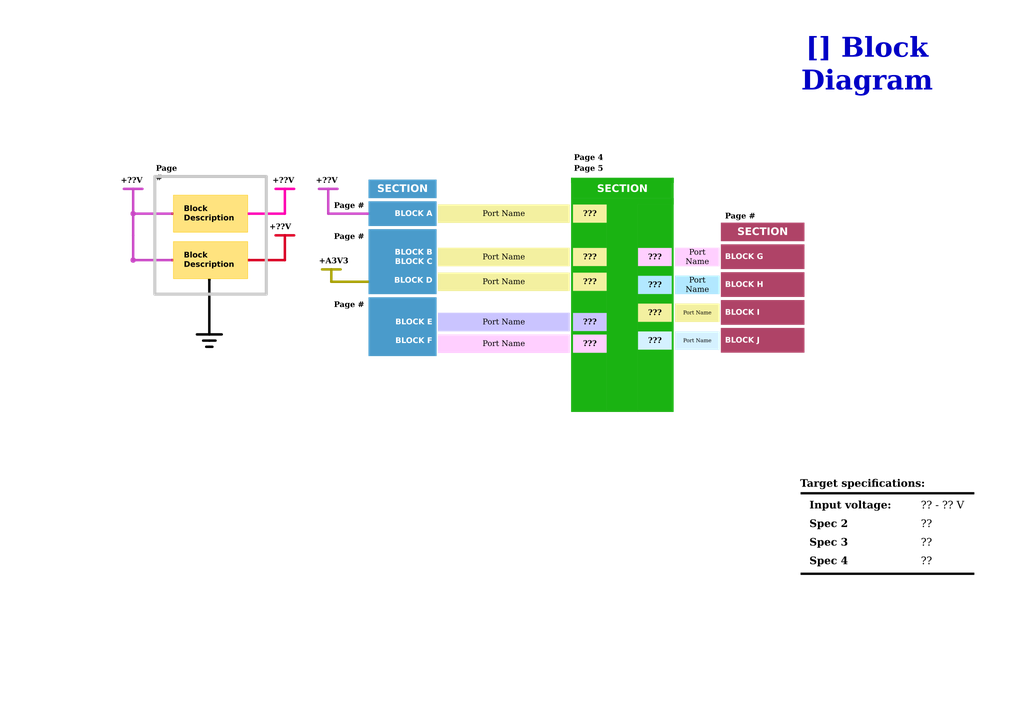
<source format=kicad_sch>
(kicad_sch
	(version 20250114)
	(generator "eeschema")
	(generator_version "9.0")
	(uuid "d4440dba-022e-49b2-97f2-6fc1871c7304")
	(paper "A3")
	(title_block
		(title "Block Diagram")
		(date "2025-01-12")
		(rev "${REVISION}")
		(company "${COMPANY}")
	)
	(lib_symbols)
	(rectangle
		(start 248.92 83.185)
		(end 261.62 168.91)
		(stroke
			(width 0)
			(type default)
			(color 26 179 18 1)
		)
		(fill
			(type color)
			(color 26 179 18 1)
		)
		(uuid 051b3dab-07ca-4b94-92bb-989d74ed83ce)
	)
	(rectangle
		(start 101.727 87.249)
		(end 102.362 88.011)
		(stroke
			(width 0.25)
			(type default)
			(color 255 0 171 1)
		)
		(fill
			(type color)
			(color 255 0 171 1)
		)
		(uuid 12a8f300-c059-4689-9da2-e775c9b7b222)
	)
	(rectangle
		(start 234.315 73.025)
		(end 276.225 74.93)
		(stroke
			(width 0.254)
			(type default)
			(color 26 179 18 1)
		)
		(fill
			(type color)
			(color 26 179 18 1)
		)
		(uuid 1c38ab9f-78ac-4525-a905-692b68e0d7be)
	)
	(rectangle
		(start 261.62 83.82)
		(end 275.59 101.6)
		(stroke
			(width 0)
			(type default)
			(color 26 179 18 1)
		)
		(fill
			(type color)
			(color 26 179 18 1)
		)
		(uuid 26212d99-97fb-4a34-b4ec-26a67ba18c64)
	)
	(rectangle
		(start 234.95 119.38)
		(end 248.92 128.27)
		(stroke
			(width 0)
			(type default)
			(color 26 179 18 1)
		)
		(fill
			(type color)
			(color 26 179 18 1)
		)
		(uuid 33939e83-1742-40c8-b78d-5af3b914ab31)
	)
	(rectangle
		(start 150.495 115.189)
		(end 151.13 115.951)
		(stroke
			(width 0.25)
			(type default)
			(color 162 155 0 1)
		)
		(fill
			(type color)
			(color 162 155 0 1)
		)
		(uuid 3b840477-c973-44d9-8a43-b3feac50c6bc)
	)
	(rectangle
		(start 275.59 73.025)
		(end 276.225 168.91)
		(stroke
			(width 0)
			(type default)
			(color 26 179 18 1)
		)
		(fill
			(type color)
			(color 26 179 18 1)
		)
		(uuid 43ad7506-e0d7-49b6-972c-517451df1dd9)
	)
	(rectangle
		(start 70.358 87.249)
		(end 70.993 88.011)
		(stroke
			(width 0.25)
			(type default)
			(color 200 50 50 1)
		)
		(fill
			(type color)
			(color 200 50 50 1)
		)
		(uuid 4c6cb9bc-6ebc-49a3-893d-9406d03eb74b)
	)
	(rectangle
		(start 261.62 132.08)
		(end 275.59 135.89)
		(stroke
			(width 0)
			(type default)
			(color 26 179 18 1)
		)
		(fill
			(type color)
			(color 26 179 18 1)
		)
		(uuid 5911023f-b729-4638-87b7-c8fa6a2da4ad)
	)
	(rectangle
		(start 71.12 99.06)
		(end 101.6 114.3)
		(stroke
			(width 0)
			(type default)
			(color 255 200 0 0.5019607843)
		)
		(fill
			(type color)
			(color 255 200 0 0.5019607843)
		)
		(uuid 6d27083e-baf9-459e-b0dc-430395e74362)
	)
	(rectangle
		(start 150.495 87.249)
		(end 151.13 88.011)
		(stroke
			(width 0.25)
			(type default)
			(color 198 71 194 1)
		)
		(fill
			(type color)
			(color 198 71 194 1)
		)
		(uuid 70402685-b75b-4b36-9a72-62f7d7d97bb6)
	)
	(rectangle
		(start 261.62 120.65)
		(end 275.59 124.46)
		(stroke
			(width 0)
			(type default)
			(color 26 179 18 1)
		)
		(fill
			(type color)
			(color 26 179 18 1)
		)
		(uuid 704c4eca-e0af-4df0-a6c1-739054ac1983)
	)
	(rectangle
		(start 234.95 109.22)
		(end 248.92 111.76)
		(stroke
			(width 0)
			(type default)
			(color 26 179 18 1)
		)
		(fill
			(type color)
			(color 26 179 18 1)
		)
		(uuid 74c5f5ac-510e-4c99-8e0e-ca2d145a7687)
	)
	(rectangle
		(start 261.62 109.22)
		(end 275.59 113.03)
		(stroke
			(width 0)
			(type default)
			(color 26 179 18 1)
		)
		(fill
			(type color)
			(color 26 179 18 1)
		)
		(uuid 87d7856c-4e25-4074-8ed9-6d9286fce9a4)
	)
	(rectangle
		(start 63.5 72.39)
		(end 109.22 120.65)
		(stroke
			(width 1.27)
			(type default)
			(color 200 200 200 1)
		)
		(fill
			(type none)
		)
		(uuid 897139e0-9c3f-4923-b42e-05cc6d59978b)
	)
	(rectangle
		(start 85.344 114.3)
		(end 86.36 115.062)
		(stroke
			(width 0.001)
			(type default)
			(color 0 0 0 1)
		)
		(fill
			(type color)
			(color 0 0 0 1)
		)
		(uuid 8fb245d6-696e-46a9-aee0-fc71b1bd2811)
	)
	(rectangle
		(start 70.358 106.299)
		(end 70.993 107.061)
		(stroke
			(width 0.25)
			(type default)
			(color 200 50 50 1)
		)
		(fill
			(type color)
			(color 200 50 50 1)
		)
		(uuid 926c14cd-51d6-4183-83aa-3acd3f364634)
	)
	(rectangle
		(start 328.422 234.95)
		(end 399.542 235.712)
		(stroke
			(width 0)
			(type default)
			(color 0 0 0 1)
		)
		(fill
			(type color)
			(color 0 0 0 1)
		)
		(uuid 96358351-64fb-49b9-98d4-c975a586b1c3)
	)
	(rectangle
		(start 234.95 135.89)
		(end 248.92 137.16)
		(stroke
			(width 0)
			(type default)
			(color 26 179 18 1)
		)
		(fill
			(type color)
			(color 26 179 18 1)
		)
		(uuid 97242065-2f97-4ca3-afed-c927195a53b5)
	)
	(rectangle
		(start 101.727 106.299)
		(end 102.362 107.061)
		(stroke
			(width 0.25)
			(type default)
			(color 212 0 32 1)
		)
		(fill
			(type color)
			(color 212 0 32 1)
		)
		(uuid b511ed02-73dc-4aca-8856-32e3a0e7b2bd)
	)
	(rectangle
		(start 234.95 91.44)
		(end 248.92 101.6)
		(stroke
			(width 0)
			(type default)
			(color 26 179 18 1)
		)
		(fill
			(type color)
			(color 26 179 18 1)
		)
		(uuid b7a01405-5415-4722-a9d4-e1bc398d69f2)
	)
	(rectangle
		(start 261.62 143.51)
		(end 275.59 168.91)
		(stroke
			(width 0)
			(type default)
			(color 26 179 18 1)
		)
		(fill
			(type color)
			(color 26 179 18 1)
		)
		(uuid c05a42e9-546b-43b1-a369-f14860ee7f90)
	)
	(rectangle
		(start 234.95 144.78)
		(end 248.92 168.91)
		(stroke
			(width 0)
			(type default)
			(color 26 179 18 1)
		)
		(fill
			(type color)
			(color 26 179 18 1)
		)
		(uuid c0f61f09-5d95-4ea6-baa5-6b9b5ba11fd4)
	)
	(circle
		(center 54.61 106.68)
		(radius 1.016)
		(stroke
			(width 0)
			(type default)
			(color 198 71 194 1)
		)
		(fill
			(type color)
			(color 198 71 194 1)
		)
		(uuid c30887ce-e8b0-4e61-8035-f856b5a10339)
	)
	(rectangle
		(start 328.422 201.93)
		(end 399.542 202.692)
		(stroke
			(width 0)
			(type default)
			(color 0 0 0 1)
		)
		(fill
			(type color)
			(color 0 0 0 1)
		)
		(uuid ca4906af-4562-456f-b79d-f6f2c9056c36)
	)
	(rectangle
		(start 71.12 80.01)
		(end 101.6 95.25)
		(stroke
			(width 0)
			(type default)
			(color 255 200 0 0.5019607843)
		)
		(fill
			(type color)
			(color 255 200 0 0.5019607843)
		)
		(uuid d13c4f55-d46a-439a-a208-cbdf66d39a09)
	)
	(rectangle
		(start 234.315 73.025)
		(end 234.95 168.91)
		(stroke
			(width 0)
			(type default)
			(color 26 179 18 1)
		)
		(fill
			(type color)
			(color 26 179 18 1)
		)
		(uuid dc9ef58a-3544-4871-98b7-f59b2deb6c2b)
	)
	(rectangle
		(start 234.95 81.28)
		(end 276.225 83.82)
		(stroke
			(width 0)
			(type default)
			(color 26 179 18 1)
		)
		(fill
			(type color)
			(color 26 179 18 1)
		)
		(uuid f6ac3050-3d82-4a34-858d-91b5402f431f)
	)
	(circle
		(center 54.61 87.63)
		(radius 1.016)
		(stroke
			(width 0)
			(type default)
			(color 198 71 194 1)
		)
		(fill
			(type color)
			(color 198 71 194 1)
		)
		(uuid fb962045-e3ad-427d-8e13-7189ce103507)
	)
	(text "+??V"
		(exclude_from_sim no)
		(at 49.53 76.2 0)
		(effects
			(font
				(face "Times New Roman")
				(size 2.286 2.286)
				(thickness 0.4572)
				(bold yes)
				(color 0 0 0 1)
			)
			(justify left bottom)
		)
		(uuid "101bf075-2779-4382-8921-8033e4839d29")
	)
	(text "+??V"
		(exclude_from_sim no)
		(at 129.54 76.2 0)
		(effects
			(font
				(face "Times New Roman")
				(size 2.286 2.286)
				(thickness 0.4572)
				(bold yes)
				(color 0 0 0 1)
			)
			(justify left bottom)
		)
		(uuid "23593793-e5e2-4dd7-8899-50a4202bb53e")
	)
	(text "+A3V3"
		(exclude_from_sim no)
		(at 130.81 109.22 0)
		(effects
			(font
				(face "Times New Roman")
				(size 2.286 2.286)
				(thickness 0.4572)
				(bold yes)
				(color 0 0 0 1)
			)
			(justify left bottom)
		)
		(uuid "7cb39811-7e9e-4b6a-b7ed-352cfdbf227b")
	)
	(text "+??V"
		(exclude_from_sim no)
		(at 119.38 95.25 0)
		(effects
			(font
				(face "Times New Roman")
				(size 2.286 2.286)
				(thickness 0.4572)
				(bold yes)
				(color 0 0 0 1)
			)
			(justify right bottom)
		)
		(uuid "ad6e3829-3684-4af1-9a28-ced841b0c880")
	)
	(text "+??V"
		(exclude_from_sim no)
		(at 120.65 76.2 0)
		(effects
			(font
				(face "Times New Roman")
				(size 2.286 2.286)
				(thickness 0.4572)
				(bold yes)
				(color 0 0 0 1)
			)
			(justify right bottom)
		)
		(uuid "f6a5ad4b-42cb-4635-94fa-d83f0234055d")
	)
	(text_box "SECTION"
		(exclude_from_sim no)
		(at 295.656 91.313 0)
		(size 34.29 7.62)
		(margins 2.2859 2.2859 2.2859 2.2859)
		(stroke
			(width -0.0001)
			(type default)
		)
		(fill
			(type color)
			(color 175 67 103 1)
		)
		(effects
			(font
				(face "Arial")
				(size 3.048 3.048)
				(bold yes)
				(color 255 255 255 1)
			)
		)
		(uuid "08792924-1597-48a7-a535-4ea702d4e92a")
	)
	(text_box "Spec 4"
		(exclude_from_sim no)
		(at 329.692 226.06 0)
		(size 44.45 7.62)
		(margins 2.2859 2.2859 2.2859 2.2859)
		(stroke
			(width -0.0001)
			(type default)
		)
		(fill
			(type none)
		)
		(effects
			(font
				(face "Times New Roman")
				(size 3.048 3.048)
				(thickness 0.4572)
				(bold yes)
				(color 0 0 0 1)
			)
			(justify left top)
		)
		(uuid "0b8fa12d-be48-46d8-a337-f14f24e9a703")
	)
	(text_box "BLOCK H"
		(exclude_from_sim no)
		(at 295.656 111.633 0)
		(size 34.29 10.16)
		(margins 1.7144 1.7144 1.7144 1.7144)
		(stroke
			(width -0.0001)
			(type default)
		)
		(fill
			(type color)
			(color 175 67 103 1)
		)
		(effects
			(font
				(face "Arial")
				(size 2.286 2.286)
				(bold yes)
				(color 255 255 255 1)
			)
			(justify left)
		)
		(uuid "0b9b765b-8d21-4bd4-bfcc-8abb2cd50003")
	)
	(text_box "\nBLOCK B\nBLOCK C\n\nBLOCK D"
		(exclude_from_sim no)
		(at 151.13 93.98 0)
		(size 27.94 26.67)
		(margins 1.7144 1.7144 1.7144 1.7144)
		(stroke
			(width -0.0001)
			(type default)
		)
		(fill
			(type color)
			(color 74 155 203 1)
		)
		(effects
			(font
				(face "Arial")
				(size 2.286 2.286)
				(bold yes)
				(color 255 255 255 1)
			)
			(justify right)
		)
		(uuid "0ca6e80b-6bc5-4e32-b003-d47921d4eb4e")
	)
	(text_box "BLOCK I"
		(exclude_from_sim no)
		(at 295.656 123.063 0)
		(size 34.29 10.16)
		(margins 1.7144 1.7144 1.7144 1.7144)
		(stroke
			(width -0.0001)
			(type default)
		)
		(fill
			(type color)
			(color 175 67 103 1)
		)
		(effects
			(font
				(face "Arial")
				(size 2.286 2.286)
				(bold yes)
				(color 255 255 255 1)
			)
			(justify left)
		)
		(uuid "11e64421-736a-42af-9a25-95ee829c7839")
	)
	(text_box "?? - ?? V"
		(exclude_from_sim no)
		(at 375.412 203.2 0)
		(size 24.13 7.62)
		(margins 2.2859 2.2859 2.2859 2.2859)
		(stroke
			(width -0.0001)
			(type default)
		)
		(fill
			(type none)
		)
		(effects
			(font
				(face "Times New Roman")
				(size 3.048 3.048)
				(color 0 0 0 1)
			)
			(justify left top)
		)
		(uuid "15dd005a-2a1f-436c-a9b8-4953c7e00daf")
	)
	(text_box "Block\nDescription"
		(exclude_from_sim no)
		(at 73.66 82.55 0)
		(size 25.4 10.16)
		(margins 1.7144 1.7144 1.7144 1.7144)
		(stroke
			(width -0.0001)
			(type default)
		)
		(fill
			(type none)
		)
		(effects
			(font
				(face "Arial")
				(size 2.286 2.286)
				(thickness 0.254)
				(bold yes)
				(color 0 0 0 1)
			)
			(justify left top)
		)
		(uuid "2663f24d-cd9a-4dae-a281-16b6b61253ad")
	)
	(text_box "??"
		(exclude_from_sim no)
		(at 375.412 226.06 0)
		(size 24.13 7.62)
		(margins 2.2859 2.2859 2.2859 2.2859)
		(stroke
			(width -0.0001)
			(type default)
		)
		(fill
			(type none)
		)
		(effects
			(font
				(face "Times New Roman")
				(size 3.048 3.048)
				(color 0 0 0 1)
			)
			(justify left top)
		)
		(uuid "286ce998-255c-48c3-a453-7c9a43b4377f")
	)
	(text_box "SECTION"
		(exclude_from_sim no)
		(at 234.95 73.66 0)
		(size 40.64 7.62)
		(margins 2.2859 2.2859 2.2859 2.2859)
		(stroke
			(width -0.0001)
			(type default)
		)
		(fill
			(type color)
			(color 26 179 18 1)
		)
		(effects
			(font
				(face "Arial")
				(size 3.048 3.048)
				(bold yes)
				(color 255 255 255 1)
			)
		)
		(uuid "303e44ee-abec-47f8-8dea-369c5a3e7105")
	)
	(text_box "???"
		(exclude_from_sim no)
		(at 234.95 101.6 0)
		(size 13.97 7.62)
		(margins 1.7144 1.7144 1.7144 1.7144)
		(stroke
			(width -0.0001)
			(type default)
		)
		(fill
			(type color)
			(color 243 240 160 1)
		)
		(effects
			(font
				(face "Times New Roman")
				(size 2.286 2.286)
				(bold yes)
				(color 0 0 0 1)
			)
		)
		(uuid "31760221-0d6f-4f56-83a1-ee270701886f")
	)
	(text_box "Port Name"
		(exclude_from_sim no)
		(at 276.86 101.6 0)
		(size 18.288 7.62)
		(margins 1.7144 1.7144 1.7144 1.7144)
		(stroke
			(width -0.0001)
			(type default)
		)
		(fill
			(type color)
			(color 255 207 255 1)
		)
		(effects
			(font
				(face "Times New Roman")
				(size 2.286 2.286)
				(italic yes)
				(color 0 0 0 1)
			)
		)
		(uuid "3821ca79-fb94-443d-a0d0-b8f77f4280b0")
	)
	(text_box "BLOCK G"
		(exclude_from_sim no)
		(at 295.656 100.203 0)
		(size 34.29 10.16)
		(margins 1.7144 1.7144 1.7144 1.7144)
		(stroke
			(width -0.0001)
			(type default)
		)
		(fill
			(type color)
			(color 175 67 103 1)
		)
		(effects
			(font
				(face "Arial")
				(size 2.286 2.286)
				(bold yes)
				(color 255 255 255 1)
			)
			(justify left)
		)
		(uuid "3876e24b-eb64-40f0-82f4-8ed551a76338")
	)
	(text_box "???"
		(exclude_from_sim no)
		(at 234.95 137.16 0)
		(size 13.97 7.62)
		(margins 1.7144 1.7144 1.7144 1.7144)
		(stroke
			(width -0.0001)
			(type default)
		)
		(fill
			(type color)
			(color 255 207 255 1)
		)
		(effects
			(font
				(face "Times New Roman")
				(size 2.286 2.286)
				(bold yes)
				(color 0 0 0 1)
			)
		)
		(uuid "3a803ec7-48bf-494a-8620-a6b0d82a5e96")
	)
	(text_box "Page #"
		(exclude_from_sim no)
		(at 133.35 81.28 0)
		(size 17.78 5.08)
		(margins 1.7144 1.7144 1.7144 1.7144)
		(stroke
			(width -0.0001)
			(type default)
		)
		(fill
			(type none)
		)
		(effects
			(font
				(face "Times New Roman")
				(size 2.286 2.286)
				(thickness 0.4572)
				(bold yes)
				(color 0 0 0 1)
			)
			(justify right top)
		)
		(uuid "437beeb4-8fab-4629-8a22-68c4be7a2c41")
	)
	(text_box "Port Name"
		(exclude_from_sim no)
		(at 276.86 135.89 0)
		(size 18.288 7.62)
		(margins 1.1429 1.1429 1.1429 1.1429)
		(stroke
			(width -0.0001)
			(type default)
		)
		(fill
			(type color)
			(color 213 241 255 1)
		)
		(effects
			(font
				(face "Times New Roman")
				(size 1.524 1.524)
				(italic yes)
				(color 0 0 0 1)
			)
		)
		(uuid "5bc00d08-ece7-489a-82a0-99db7e5f4aea")
	)
	(text_box "Port Name"
		(exclude_from_sim no)
		(at 179.578 101.6 0)
		(size 54.102 7.62)
		(margins 1.7144 1.7144 1.7144 1.7144)
		(stroke
			(width -0.0001)
			(type default)
		)
		(fill
			(type color)
			(color 243 240 160 1)
		)
		(effects
			(font
				(face "Times New Roman")
				(size 2.286 2.286)
				(italic yes)
				(color 0 0 0 1)
			)
		)
		(uuid "5ce5a322-8350-4910-8fa8-1f7f1d462e6a")
	)
	(text_box "Port Name"
		(exclude_from_sim no)
		(at 276.86 124.46 0)
		(size 18.288 7.62)
		(margins 1.1429 1.1429 1.1429 1.1429)
		(stroke
			(width -0.0001)
			(type default)
		)
		(fill
			(type color)
			(color 243 240 160 1)
		)
		(effects
			(font
				(face "Times New Roman")
				(size 1.524 1.524)
				(italic yes)
				(color 0 0 0 1)
			)
		)
		(uuid "5f4a2d80-9818-43e5-9ca8-d8665fb36805")
	)
	(text_box "Page 4"
		(exclude_from_sim no)
		(at 233.68 61.595 0)
		(size 24.765 5.08)
		(margins 1.7144 1.7144 1.7144 1.7144)
		(stroke
			(width -0.0001)
			(type default)
		)
		(fill
			(type none)
		)
		(effects
			(font
				(face "Times New Roman")
				(size 2.286 2.286)
				(thickness 0.4572)
				(bold yes)
				(color 0 0 0 1)
			)
			(justify left top)
		)
		(uuid "5fb758b9-5535-46ac-bcbe-588aaeffe614")
	)
	(text_box "???"
		(exclude_from_sim no)
		(at 261.62 113.03 0)
		(size 13.97 7.62)
		(margins 1.7144 1.7144 1.7144 1.7144)
		(stroke
			(width -0.0001)
			(type default)
		)
		(fill
			(type color)
			(color 178 232 255 1)
		)
		(effects
			(font
				(face "Times New Roman")
				(size 2.286 2.286)
				(bold yes)
				(color 0 0 0 1)
			)
		)
		(uuid "6bb82d71-4237-4fb9-a71e-68c5a65a7171")
	)
	(text_box "Page #"
		(exclude_from_sim no)
		(at 133.35 121.92 0)
		(size 17.78 5.08)
		(margins 1.7144 1.7144 1.7144 1.7144)
		(stroke
			(width -0.0001)
			(type default)
		)
		(fill
			(type none)
		)
		(effects
			(font
				(face "Times New Roman")
				(size 2.286 2.286)
				(thickness 0.4572)
				(bold yes)
				(color 0 0 0 1)
			)
			(justify right top)
			(href "#")
		)
		(uuid "71234750-6a94-4706-b48c-45e77bb2fa83")
	)
	(text_box "[${#}] ${TITLE}"
		(exclude_from_sim no)
		(at 304.8 20.32 0)
		(size 101.6 12.7)
		(margins 5.9999 5.9999 5.9999 5.9999)
		(stroke
			(width -0.0001)
			(type solid)
		)
		(fill
			(type none)
		)
		(effects
			(font
				(face "Times New Roman")
				(size 8 8)
				(thickness 1.2)
				(bold yes)
				(color 0 0 194 1)
			)
		)
		(uuid "73b2b29c-2473-4e80-be0b-4f57c6856c3e")
	)
	(text_box "??"
		(exclude_from_sim no)
		(at 375.412 210.82 0)
		(size 24.13 7.62)
		(margins 2.2859 2.2859 2.2859 2.2859)
		(stroke
			(width -0.0001)
			(type default)
		)
		(fill
			(type none)
		)
		(effects
			(font
				(face "Times New Roman")
				(size 3.048 3.048)
				(color 0 0 0 1)
			)
			(justify left top)
		)
		(uuid "79a60212-4382-435d-b74b-f889451ff3a1")
	)
	(text_box "Input voltage:"
		(exclude_from_sim no)
		(at 329.692 203.2 0)
		(size 41.91 7.62)
		(margins 2.2859 2.2859 2.2859 2.2859)
		(stroke
			(width -0.0001)
			(type default)
		)
		(fill
			(type none)
		)
		(effects
			(font
				(face "Times New Roman")
				(size 3.048 3.048)
				(thickness 0.4572)
				(bold yes)
				(color 0 0 0 1)
			)
			(justify left top)
		)
		(uuid "7a48ef1e-fc21-4f84-87ab-2b944a808bd0")
	)
	(text_box "SECTION"
		(exclude_from_sim no)
		(at 151.13 73.66 0)
		(size 27.94 7.62)
		(margins 2.2859 2.2859 2.2859 2.2859)
		(stroke
			(width -0.0001)
			(type default)
		)
		(fill
			(type color)
			(color 74 155 203 1)
		)
		(effects
			(font
				(face "Arial")
				(size 3.048 3.048)
				(bold yes)
				(color 255 255 255 1)
			)
		)
		(uuid "7a77dff7-2b2f-4cc0-b247-3708c3bf73e3")
	)
	(text_box "Port Name"
		(exclude_from_sim no)
		(at 179.578 137.16 0)
		(size 54.102 7.62)
		(margins 1.7144 1.7144 1.7144 1.7144)
		(stroke
			(width -0.0001)
			(type default)
		)
		(fill
			(type color)
			(color 255 207 255 1)
		)
		(effects
			(font
				(face "Times New Roman")
				(size 2.286 2.286)
				(italic yes)
				(color 0 0 0 1)
			)
		)
		(uuid "84849006-fb86-4477-a3f4-4ca49bfeb231")
	)
	(text_box "Page #"
		(exclude_from_sim no)
		(at 133.35 93.98 0)
		(size 17.78 5.08)
		(margins 1.7144 1.7144 1.7144 1.7144)
		(stroke
			(width -0.0001)
			(type default)
		)
		(fill
			(type none)
		)
		(effects
			(font
				(face "Times New Roman")
				(size 2.286 2.286)
				(thickness 0.4572)
				(bold yes)
				(color 0 0 0 1)
			)
			(justify right top)
		)
		(uuid "87f20548-41ba-4502-b504-e75401f699bf")
	)
	(text_box "???"
		(exclude_from_sim no)
		(at 234.95 128.27 0)
		(size 13.97 7.62)
		(margins 1.7144 1.7144 1.7144 1.7144)
		(stroke
			(width -0.0001)
			(type default)
		)
		(fill
			(type color)
			(color 202 196 255 1)
		)
		(effects
			(font
				(face "Times New Roman")
				(size 2.286 2.286)
				(bold yes)
				(color 0 0 0 1)
			)
		)
		(uuid "88cc83e7-7bb4-4d6b-9595-b9e1bee5e04b")
	)
	(text_box "Target specifications:"
		(exclude_from_sim no)
		(at 325.882 194.31 0)
		(size 73.66 7.62)
		(margins 2.2859 2.2859 2.2859 2.2859)
		(stroke
			(width -0.0001)
			(type default)
		)
		(fill
			(type none)
		)
		(effects
			(font
				(face "Times New Roman")
				(size 3.048 3.048)
				(thickness 0.4572)
				(bold yes)
				(color 0 0 0 1)
			)
			(justify left top)
		)
		(uuid "92d1b8db-5c65-4f81-bd38-95477ba2f196")
	)
	(text_box "???"
		(exclude_from_sim no)
		(at 234.95 111.76 0)
		(size 13.97 7.62)
		(margins 1.7144 1.7144 1.7144 1.7144)
		(stroke
			(width -0.0001)
			(type default)
		)
		(fill
			(type color)
			(color 243 240 160 1)
		)
		(effects
			(font
				(face "Times New Roman")
				(size 2.286 2.286)
				(bold yes)
				(color 0 0 0 1)
			)
		)
		(uuid "944097c9-4bfa-4c51-95fb-545c2fe74181")
	)
	(text_box "???"
		(exclude_from_sim no)
		(at 261.62 135.89 0)
		(size 13.97 7.62)
		(margins 1.7144 1.7144 1.7144 1.7144)
		(stroke
			(width -0.0001)
			(type default)
		)
		(fill
			(type color)
			(color 213 241 255 1)
		)
		(effects
			(font
				(face "Times New Roman")
				(size 2.286 2.286)
				(bold yes)
				(color 0 0 0 1)
			)
		)
		(uuid "96a92221-2447-4655-a0df-2333f7d2fcea")
	)
	(text_box "???"
		(exclude_from_sim no)
		(at 261.62 101.6 0)
		(size 13.97 7.62)
		(margins 1.7144 1.7144 1.7144 1.7144)
		(stroke
			(width -0.0001)
			(type default)
		)
		(fill
			(type color)
			(color 255 207 255 1)
		)
		(effects
			(font
				(face "Times New Roman")
				(size 2.286 2.286)
				(bold yes)
				(color 0 0 0 1)
			)
		)
		(uuid "99de4852-1e6a-43c2-80a3-f90f994ca547")
	)
	(text_box "Port Name"
		(exclude_from_sim no)
		(at 179.578 111.76 0)
		(size 54.102 7.62)
		(margins 1.7144 1.7144 1.7144 1.7144)
		(stroke
			(width -0.0001)
			(type default)
		)
		(fill
			(type color)
			(color 243 240 160 1)
		)
		(effects
			(font
				(face "Times New Roman")
				(size 2.286 2.286)
				(italic yes)
				(color 0 0 0 1)
			)
		)
		(uuid "9f20ae52-6c21-4c39-bd5b-0dd4e6ac30ac")
	)
	(text_box "Spec 3"
		(exclude_from_sim no)
		(at 329.692 218.44 0)
		(size 41.91 7.62)
		(margins 2.2859 2.2859 2.2859 2.2859)
		(stroke
			(width -0.0001)
			(type default)
		)
		(fill
			(type none)
		)
		(effects
			(font
				(face "Times New Roman")
				(size 3.048 3.048)
				(thickness 0.4572)
				(bold yes)
				(color 0 0 0 1)
			)
			(justify left top)
		)
		(uuid "a94bbe48-2b5a-4095-ae3e-6304ba06e582")
	)
	(text_box "??"
		(exclude_from_sim no)
		(at 375.412 218.44 0)
		(size 24.13 7.62)
		(margins 2.2859 2.2859 2.2859 2.2859)
		(stroke
			(width -0.0001)
			(type default)
		)
		(fill
			(type none)
		)
		(effects
			(font
				(face "Times New Roman")
				(size 3.048 3.048)
				(color 0 0 0 1)
			)
			(justify left top)
		)
		(uuid "a9743942-0f35-4d97-920c-63913a3a8cf5")
	)
	(text_box "Spec 2"
		(exclude_from_sim no)
		(at 329.692 210.82 0)
		(size 43.18 7.62)
		(margins 2.2859 2.2859 2.2859 2.2859)
		(stroke
			(width -0.0001)
			(type default)
		)
		(fill
			(type none)
		)
		(effects
			(font
				(face "Times New Roman")
				(size 3.048 3.048)
				(thickness 0.4572)
				(bold yes)
				(color 0 0 0 1)
			)
			(justify left top)
		)
		(uuid "acb13397-22c2-4daa-8b50-96cfdf3951b7")
	)
	(text_box "???"
		(exclude_from_sim no)
		(at 234.95 83.82 0)
		(size 13.97 7.62)
		(margins 1.7144 1.7144 1.7144 1.7144)
		(stroke
			(width -0.0001)
			(type default)
		)
		(fill
			(type color)
			(color 243 240 160 1)
		)
		(effects
			(font
				(face "Times New Roman")
				(size 2.286 2.286)
				(bold yes)
				(color 0 0 0 1)
			)
		)
		(uuid "b718a613-50e2-4e59-ad8f-81f389012f74")
	)
	(text_box "Port Name"
		(exclude_from_sim no)
		(at 179.578 128.27 0)
		(size 54.102 7.62)
		(margins 1.7144 1.7144 1.7144 1.7144)
		(stroke
			(width -0.0001)
			(type default)
		)
		(fill
			(type color)
			(color 202 196 255 1)
		)
		(effects
			(font
				(face "Times New Roman")
				(size 2.286 2.286)
				(italic yes)
				(color 0 0 0 1)
			)
		)
		(uuid "be16dbe1-3641-4384-b37c-5e66a5e92800")
	)
	(text_box "Block\nDescription"
		(exclude_from_sim no)
		(at 73.66 101.6 0)
		(size 25.4 10.16)
		(margins 1.7144 1.7144 1.7144 1.7144)
		(stroke
			(width -0.0001)
			(type default)
		)
		(fill
			(type none)
		)
		(effects
			(font
				(face "Arial")
				(size 2.286 2.286)
				(thickness 0.254)
				(bold yes)
				(color 0 0 0 1)
			)
			(justify left top)
		)
		(uuid "c57b2792-b5b6-4248-8bcf-18760935fbf0")
	)
	(text_box "Port Name"
		(exclude_from_sim no)
		(at 276.86 113.03 0)
		(size 18.288 7.62)
		(margins 1.7144 1.7144 1.7144 1.7144)
		(stroke
			(width -0.0001)
			(type default)
		)
		(fill
			(type color)
			(color 178 232 255 1)
		)
		(effects
			(font
				(face "Times New Roman")
				(size 2.286 2.286)
				(italic yes)
				(color 0 0 0 1)
			)
		)
		(uuid "c774310f-dfe3-45db-be98-953f7da6465f")
	)
	(text_box "Page #"
		(exclude_from_sim no)
		(at 62.23 66.04 0)
		(size 13.97 5.08)
		(margins 1.7144 1.7144 1.7144 1.7144)
		(stroke
			(width -0.0001)
			(type default)
		)
		(fill
			(type none)
		)
		(effects
			(font
				(face "Times New Roman")
				(size 2.286 2.286)
				(thickness 0.4572)
				(bold yes)
				(color 0 0 0 1)
			)
			(justify left top)
		)
		(uuid "d9eed77b-8391-48bf-a073-8dcaf7ecaa31")
	)
	(text_box "BLOCK A"
		(exclude_from_sim no)
		(at 151.13 82.55 0)
		(size 27.94 10.16)
		(margins 1.7144 1.7144 1.7144 1.7144)
		(stroke
			(width -0.0001)
			(type default)
		)
		(fill
			(type color)
			(color 74 155 203 1)
		)
		(effects
			(font
				(face "Arial")
				(size 2.286 2.286)
				(bold yes)
				(color 255 255 255 1)
			)
			(justify right)
		)
		(uuid "de576dbe-9b0c-4ccd-a266-17b9b354345b")
	)
	(text_box "Port Name"
		(exclude_from_sim no)
		(at 179.578 83.82 0)
		(size 54.102 7.62)
		(margins 1.7144 1.7144 1.7144 1.7144)
		(stroke
			(width -0.0001)
			(type default)
		)
		(fill
			(type color)
			(color 243 240 160 1)
		)
		(effects
			(font
				(face "Times New Roman")
				(size 2.286 2.286)
				(italic yes)
				(color 0 0 0 1)
			)
		)
		(uuid "e4d2bfdf-da93-4c54-800e-be869ac37023")
	)
	(text_box "???"
		(exclude_from_sim no)
		(at 261.62 124.46 0)
		(size 13.97 7.62)
		(margins 1.7144 1.7144 1.7144 1.7144)
		(stroke
			(width -0.0001)
			(type default)
		)
		(fill
			(type color)
			(color 243 240 160 1)
		)
		(effects
			(font
				(face "Times New Roman")
				(size 2.286 2.286)
				(bold yes)
				(color 0 0 0 1)
			)
		)
		(uuid "ecd90e4f-03f0-4de1-bc8b-8f151772557e")
	)
	(text_box "\nBLOCK E\n\nBLOCK F"
		(exclude_from_sim no)
		(at 151.13 121.92 0)
		(size 27.94 24.13)
		(margins 1.7144 1.7144 1.7144 1.7144)
		(stroke
			(width -0.0001)
			(type default)
		)
		(fill
			(type color)
			(color 74 155 203 1)
		)
		(effects
			(font
				(face "Arial")
				(size 2.286 2.286)
				(bold yes)
				(color 255 255 255 1)
			)
			(justify right)
		)
		(uuid "f0caa8ad-c53d-4be7-a0df-6a7fccf418bb")
	)
	(text_box "BLOCK J"
		(exclude_from_sim no)
		(at 295.656 134.493 0)
		(size 34.29 10.16)
		(margins 1.7144 1.7144 1.7144 1.7144)
		(stroke
			(width -0.0001)
			(type default)
		)
		(fill
			(type color)
			(color 175 67 103 1)
		)
		(effects
			(font
				(face "Arial")
				(size 2.286 2.286)
				(bold yes)
				(color 255 255 255 1)
			)
			(justify left)
		)
		(uuid "f1a231a9-4a97-4e03-af77-e46caf6743df")
	)
	(text_box "Page 5"
		(exclude_from_sim no)
		(at 233.68 66.04 0)
		(size 24.765 5.08)
		(margins 1.7144 1.7144 1.7144 1.7144)
		(stroke
			(width -0.0001)
			(type default)
		)
		(fill
			(type none)
		)
		(effects
			(font
				(face "Times New Roman")
				(size 2.286 2.286)
				(thickness 0.4572)
				(bold yes)
				(color 0 0 0 1)
			)
			(justify left top)
			(href "#5")
		)
		(uuid "f4bd87c5-f2bc-4cb7-a254-f36834bb4744")
	)
	(text_box "Page #"
		(exclude_from_sim no)
		(at 295.656 85.598 0)
		(size 17.78 5.08)
		(margins 1.7144 1.7144 1.7144 1.7144)
		(stroke
			(width -0.0001)
			(type default)
		)
		(fill
			(type none)
		)
		(effects
			(font
				(face "Times New Roman")
				(size 2.286 2.286)
				(thickness 0.4572)
				(bold yes)
				(color 0 0 0 1)
			)
			(justify left top)
			(href "#8")
		)
		(uuid "f9cfb483-344e-45f2-991c-61549317056f")
	)
	(polyline
		(pts
			(xy 70.612 106.68) (xy 54.61 106.68)
		)
		(stroke
			(width 1.016)
			(type default)
			(color 198 71 194 1)
		)
		(uuid "0078cbf7-9098-45ec-96f3-0b36f648924d")
	)
	(polyline
		(pts
			(xy 89.662 120.65) (xy 85.852 120.65)
		)
		(stroke
			(width 1.016)
			(type default)
			(color 0 0 0 1)
		)
		(uuid "056eb4ac-5e1a-40de-a6e6-602ab4b463f8")
	)
	(polyline
		(pts
			(xy 70.612 87.63) (xy 54.61 87.63)
		)
		(stroke
			(width 1.016)
			(type default)
			(color 198 71 194 1)
		)
		(uuid "08fc0cd0-29a2-41e6-a897-d7a6a489c1c7")
	)
	(polyline
		(pts
			(xy 87.122 142.24) (xy 85.852 142.24)
		)
		(stroke
			(width 1.016)
			(type default)
			(color 0 0 0 1)
		)
		(uuid "16292375-e090-4b0a-9979-2cc082e8c0cc")
	)
	(polyline
		(pts
			(xy 150.622 87.63) (xy 134.62 87.63)
		)
		(stroke
			(width 1.016)
			(type default)
			(color 198 71 194 1)
		)
		(uuid "18ccff52-fe32-4310-8592-269233d1181b")
	)
	(polyline
		(pts
			(xy 116.84 96.52) (xy 116.84 106.68)
		)
		(stroke
			(width 1.016)
			(type default)
			(color 212 0 32 1)
		)
		(uuid "22ecdb21-cb6c-4fea-8215-9ca181dc7654")
	)
	(polyline
		(pts
			(xy 85.852 114.808) (xy 85.852 137.16)
		)
		(stroke
			(width 1.016)
			(type default)
			(color 0 0 0 1)
		)
		(uuid "2bd63e72-c2e0-4174-99b9-37b4608d1b51")
	)
	(polyline
		(pts
			(xy 116.84 77.47) (xy 116.84 87.63)
		)
		(stroke
			(width 1.016)
			(type default)
			(color 255 0 171 1)
		)
		(uuid "3868fb89-5692-47ab-8dc3-c1768a62c47d")
	)
	(polyline
		(pts
			(xy 120.65 96.52) (xy 116.84 96.52)
		)
		(stroke
			(width 1.016)
			(type default)
			(color 212 0 32 1)
		)
		(uuid "3ad61ad5-2501-40ac-9bf7-e665e25219ef")
	)
	(polyline
		(pts
			(xy 50.8 77.47) (xy 54.61 77.47)
		)
		(stroke
			(width 1.016)
			(type default)
			(color 198 71 194 1)
		)
		(uuid "46995de7-d2ae-43dc-828c-7a85c3a686f0")
	)
	(polyline
		(pts
			(xy 54.61 87.63) (xy 54.61 96.52)
		)
		(stroke
			(width 1.016)
			(type default)
			(color 198 71 194 1)
		)
		(uuid "643459a2-2a93-46f1-8503-aa865b67ae0a")
	)
	(polyline
		(pts
			(xy 102.108 87.63) (xy 116.84 87.63)
		)
		(stroke
			(width 1.016)
			(type default)
			(color 255 0 171 1)
		)
		(uuid "72e45290-1169-4f8d-8787-af61206287b7")
	)
	(polyline
		(pts
			(xy 85.852 139.7) (xy 83.312 139.7)
		)
		(stroke
			(width 1.016)
			(type default)
			(color 0 0 0 1)
		)
		(uuid "7423a2fa-a301-488a-ae90-a426fc1d0892")
	)
	(polyline
		(pts
			(xy 88.392 139.7) (xy 85.852 139.7)
		)
		(stroke
			(width 1.016)
			(type default)
			(color 0 0 0 1)
		)
		(uuid "76447def-e6fd-482e-8306-88604873856d")
	)
	(polyline
		(pts
			(xy 132.08 110.49) (xy 135.89 110.49)
		)
		(stroke
			(width 1.016)
			(type default)
			(color 162 155 0 1)
		)
		(uuid "7bd287d3-dc22-4cf8-a763-778f3da65289")
	)
	(polyline
		(pts
			(xy 54.61 77.47) (xy 54.61 87.63)
		)
		(stroke
			(width 1.016)
			(type default)
			(color 198 71 194 1)
		)
		(uuid "8cfd58b3-fea8-4a65-9b23-c746ab0a9f02")
	)
	(polyline
		(pts
			(xy 80.772 137.16) (xy 85.852 137.16)
		)
		(stroke
			(width 1.016)
			(type default)
			(color 0 0 0 1)
		)
		(uuid "95a37cc2-e75a-4501-a098-956d2a7cf878")
	)
	(polyline
		(pts
			(xy 134.62 77.47) (xy 134.62 87.63)
		)
		(stroke
			(width 1.016)
			(type default)
			(color 198 71 194 1)
		)
		(uuid "9ea93a8a-79ec-4966-b5b9-d418a1953413")
	)
	(polyline
		(pts
			(xy 134.62 77.47) (xy 138.43 77.47)
		)
		(stroke
			(width 1.016)
			(type default)
			(color 198 71 194 1)
		)
		(uuid "a0186362-c474-4f60-92f7-0cd6ab4716b3")
	)
	(polyline
		(pts
			(xy 54.61 77.47) (xy 58.42 77.47)
		)
		(stroke
			(width 1.016)
			(type default)
			(color 198 71 194 1)
		)
		(uuid "aa5dc26a-edf0-426a-baae-3922b009809d")
	)
	(polyline
		(pts
			(xy 116.84 77.47) (xy 113.03 77.47)
		)
		(stroke
			(width 1.016)
			(type default)
			(color 255 0 171 1)
		)
		(uuid "abfb0e67-9089-48e8-8232-8502ca1768e2")
	)
	(polyline
		(pts
			(xy 85.852 142.24) (xy 84.582 142.24)
		)
		(stroke
			(width 1.016)
			(type default)
			(color 0 0 0 1)
		)
		(uuid "ae679bf6-2423-4eb6-83ff-203e4dbc3b14")
	)
	(polyline
		(pts
			(xy 130.81 77.47) (xy 134.62 77.47)
		)
		(stroke
			(width 1.016)
			(type default)
			(color 198 71 194 1)
		)
		(uuid "b0945337-03d4-457a-9c2e-c0bab7dcf94e")
	)
	(polyline
		(pts
			(xy 150.622 115.57) (xy 135.89 115.57)
		)
		(stroke
			(width 1.016)
			(type default)
			(color 162 155 0 1)
		)
		(uuid "b3418ae8-9d75-4e41-a3da-190702cd18d2")
	)
	(polyline
		(pts
			(xy 116.84 96.52) (xy 113.03 96.52)
		)
		(stroke
			(width 1.016)
			(type default)
			(color 212 0 32 1)
		)
		(uuid "b6c0a1ce-c65c-4ea7-8db7-d4822d92fceb")
	)
	(polyline
		(pts
			(xy 85.852 120.65) (xy 82.042 120.65)
		)
		(stroke
			(width 1.016)
			(type default)
			(color 0 0 0 1)
		)
		(uuid "bbbec36c-623f-4102-99b0-eff22d217ba1")
	)
	(polyline
		(pts
			(xy 120.65 77.47) (xy 116.84 77.47)
		)
		(stroke
			(width 1.016)
			(type default)
			(color 255 0 171 1)
		)
		(uuid "d29a50be-ce3c-4cb1-b849-60799978c305")
	)
	(polyline
		(pts
			(xy 135.89 110.49) (xy 135.89 115.57)
		)
		(stroke
			(width 1.016)
			(type default)
			(color 162 155 0 1)
		)
		(uuid "e522b6d4-c3ef-41d5-9de8-677c57429daf")
	)
	(polyline
		(pts
			(xy 102.108 106.68) (xy 116.84 106.68)
		)
		(stroke
			(width 1.016)
			(type default)
			(color 212 0 32 1)
		)
		(uuid "e77019d6-1773-46ed-953e-95dcf6e77cd6")
	)
	(polyline
		(pts
			(xy 54.61 96.52) (xy 54.61 106.68)
		)
		(stroke
			(width 1.016)
			(type default)
			(color 198 71 194 1)
		)
		(uuid "f15951f9-af67-479e-871b-cba1a69ad58a")
	)
	(polyline
		(pts
			(xy 135.89 110.49) (xy 139.7 110.49)
		)
		(stroke
			(width 1.016)
			(type default)
			(color 162 155 0 1)
		)
		(uuid "f20be4ca-f5a2-4033-9321-086a1473fb5f")
	)
	(polyline
		(pts
			(xy 85.852 137.16) (xy 90.932 137.16)
		)
		(stroke
			(width 1.016)
			(type default)
			(color 0 0 0 1)
		)
		(uuid "f5115127-85c3-4f3c-ba14-b9a3028b6847")
	)
)

</source>
